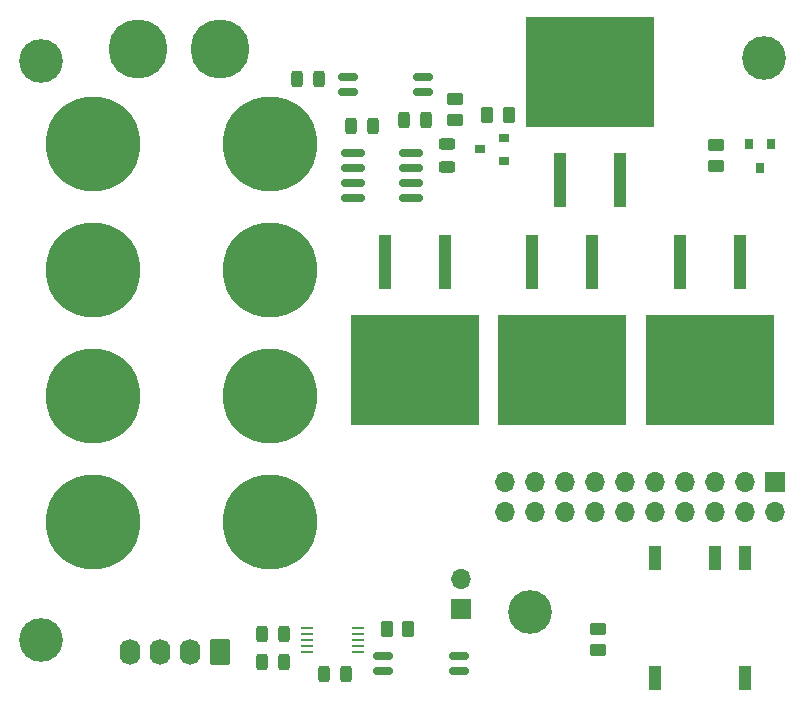
<source format=gts>
%TF.GenerationSoftware,KiCad,Pcbnew,6.0.0-rc2*%
%TF.CreationDate,2022-01-03T19:22:05-08:00*%
%TF.ProjectId,acorn-power-electronics,61636f72-6e2d-4706-9f77-65722d656c65,rev?*%
%TF.SameCoordinates,Original*%
%TF.FileFunction,Soldermask,Top*%
%TF.FilePolarity,Negative*%
%FSLAX46Y46*%
G04 Gerber Fmt 4.6, Leading zero omitted, Abs format (unit mm)*
G04 Created by KiCad (PCBNEW 6.0.0-rc2) date 2022-01-03 19:22:05*
%MOMM*%
%LPD*%
G01*
G04 APERTURE LIST*
G04 Aperture macros list*
%AMRoundRect*
0 Rectangle with rounded corners*
0 $1 Rounding radius*
0 $2 $3 $4 $5 $6 $7 $8 $9 X,Y pos of 4 corners*
0 Add a 4 corners polygon primitive as box body*
4,1,4,$2,$3,$4,$5,$6,$7,$8,$9,$2,$3,0*
0 Add four circle primitives for the rounded corners*
1,1,$1+$1,$2,$3*
1,1,$1+$1,$4,$5*
1,1,$1+$1,$6,$7*
1,1,$1+$1,$8,$9*
0 Add four rect primitives between the rounded corners*
20,1,$1+$1,$2,$3,$4,$5,0*
20,1,$1+$1,$4,$5,$6,$7,0*
20,1,$1+$1,$6,$7,$8,$9,0*
20,1,$1+$1,$8,$9,$2,$3,0*%
G04 Aperture macros list end*
%ADD10C,8.000000*%
%ADD11R,1.700000X1.700000*%
%ADD12O,1.700000X1.700000*%
%ADD13RoundRect,0.243750X-0.456250X0.243750X-0.456250X-0.243750X0.456250X-0.243750X0.456250X0.243750X0*%
%ADD14RoundRect,0.243750X0.243750X0.456250X-0.243750X0.456250X-0.243750X-0.456250X0.243750X-0.456250X0*%
%ADD15RoundRect,0.243750X-0.243750X-0.456250X0.243750X-0.456250X0.243750X0.456250X-0.243750X0.456250X0*%
%ADD16C,3.700000*%
%ADD17RoundRect,0.150000X-0.825000X-0.150000X0.825000X-0.150000X0.825000X0.150000X-0.825000X0.150000X0*%
%ADD18R,1.100000X0.250000*%
%ADD19R,1.100000X4.600000*%
%ADD20R,10.800000X9.400000*%
%ADD21RoundRect,0.250000X0.620000X0.845000X-0.620000X0.845000X-0.620000X-0.845000X0.620000X-0.845000X0*%
%ADD22O,1.740000X2.190000*%
%ADD23RoundRect,0.250000X0.262500X0.450000X-0.262500X0.450000X-0.262500X-0.450000X0.262500X-0.450000X0*%
%ADD24RoundRect,0.150000X-0.662500X-0.150000X0.662500X-0.150000X0.662500X0.150000X-0.662500X0.150000X0*%
%ADD25RoundRect,0.150000X0.662500X0.150000X-0.662500X0.150000X-0.662500X-0.150000X0.662500X-0.150000X0*%
%ADD26R,1.000000X2.100000*%
%ADD27RoundRect,0.250000X0.450000X-0.262500X0.450000X0.262500X-0.450000X0.262500X-0.450000X-0.262500X0*%
%ADD28C,5.000000*%
%ADD29R,0.800000X0.900000*%
%ADD30RoundRect,0.250000X-0.262500X-0.450000X0.262500X-0.450000X0.262500X0.450000X-0.262500X0.450000X0*%
%ADD31R,0.900000X0.800000*%
%ADD32RoundRect,0.250000X-0.450000X0.262500X-0.450000X-0.262500X0.450000X-0.262500X0.450000X0.262500X0*%
G04 APERTURE END LIST*
D10*
X70224000Y-129540000D03*
X85224000Y-129540000D03*
D11*
X128000000Y-126125000D03*
D12*
X128000000Y-128665000D03*
X125460000Y-126125000D03*
X125460000Y-128665000D03*
X122920000Y-126125000D03*
X122920000Y-128665000D03*
X120380000Y-126125000D03*
X120380000Y-128665000D03*
X117840000Y-126125000D03*
X117840000Y-128665000D03*
X115300000Y-126125000D03*
X115300000Y-128665000D03*
X112760000Y-126125000D03*
X112760000Y-128665000D03*
X110220000Y-126125000D03*
X110220000Y-128665000D03*
X107680000Y-126125000D03*
X107680000Y-128665000D03*
X105140000Y-126125000D03*
X105140000Y-128665000D03*
D13*
X100200000Y-97562500D03*
X100200000Y-99437500D03*
D14*
X86437500Y-139000000D03*
X84562500Y-139000000D03*
D15*
X96546500Y-95500000D03*
X98421500Y-95500000D03*
D16*
X65828000Y-139524000D03*
X127000000Y-90214000D03*
X65828000Y-90500000D03*
D11*
X101400000Y-136875000D03*
D12*
X101400000Y-134335000D03*
D10*
X70224000Y-118872000D03*
X85224000Y-118872000D03*
D15*
X93921500Y-96000000D03*
X92046500Y-96000000D03*
D10*
X70200000Y-108204000D03*
X85200000Y-108204000D03*
D15*
X84562500Y-141400000D03*
X86437500Y-141400000D03*
D17*
X92225000Y-98281000D03*
X92225000Y-99551000D03*
X92225000Y-100821000D03*
X92225000Y-102091000D03*
X97175000Y-102091000D03*
X97175000Y-100821000D03*
X97175000Y-99551000D03*
X97175000Y-98281000D03*
D16*
X107250000Y-137125000D03*
D10*
X70224000Y-97536000D03*
X85224000Y-97536000D03*
D15*
X89762500Y-142400000D03*
X91637500Y-142400000D03*
X87500000Y-92000000D03*
X89375000Y-92000000D03*
D18*
X88350000Y-138500000D03*
X88350000Y-139000000D03*
X88350000Y-139500000D03*
X88350000Y-140000000D03*
X88350000Y-140500000D03*
X92650000Y-140500000D03*
X92650000Y-140000000D03*
X92650000Y-139500000D03*
X92650000Y-139000000D03*
X92650000Y-138500000D03*
D19*
X112504000Y-107507000D03*
X107424000Y-107507000D03*
D20*
X109964000Y-116657000D03*
D21*
X81000000Y-140520000D03*
D22*
X78460000Y-140520000D03*
X75920000Y-140520000D03*
X73380000Y-140520000D03*
D23*
X105444500Y-95110000D03*
X103619500Y-95110000D03*
D19*
X109740000Y-100563000D03*
X114820000Y-100563000D03*
D20*
X112280000Y-91413000D03*
D19*
X100004000Y-107507000D03*
X94924000Y-107507000D03*
D20*
X97464000Y-116657000D03*
D19*
X125004000Y-107531000D03*
X119924000Y-107531000D03*
D20*
X122464000Y-116681000D03*
D24*
X91812500Y-91865000D03*
X91812500Y-93135000D03*
X98187500Y-93135000D03*
X98187500Y-91865000D03*
D25*
X101187500Y-142135000D03*
X101187500Y-140865000D03*
X94812500Y-140865000D03*
X94812500Y-142135000D03*
D26*
X125410000Y-132620500D03*
X122870000Y-132620500D03*
X117790000Y-132620500D03*
X117790000Y-142720500D03*
X125410000Y-142720500D03*
D27*
X100892000Y-95512500D03*
X100892000Y-93687500D03*
D28*
X81000000Y-89500000D03*
X74000000Y-89500000D03*
D29*
X125768000Y-97536000D03*
X126718000Y-99536000D03*
X127668000Y-97536000D03*
D30*
X95087500Y-138600000D03*
X96912500Y-138600000D03*
D31*
X105002000Y-97028000D03*
X103002000Y-97978000D03*
X105002000Y-98928000D03*
D32*
X113000000Y-138587500D03*
X113000000Y-140412500D03*
X122968000Y-97603500D03*
X122968000Y-99428500D03*
M02*

</source>
